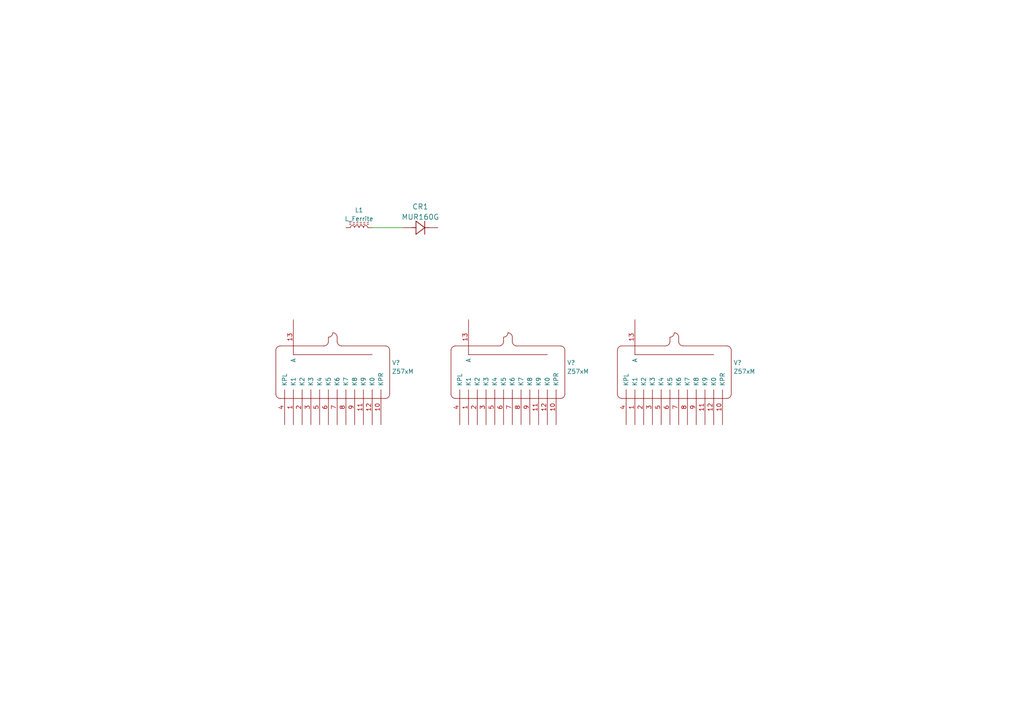
<source format=kicad_sch>
(kicad_sch (version 20211123) (generator eeschema)
  (paper "A4")
  (lib_symbols
    (symbol "Device:L_Ferrite" (pin_numbers hide) (pin_names (offset 1.016) hide)
      (property "Reference" "L" (at -1.27 0 90))
      (property "Value" "L_Ferrite" (at 2.794 0 90))
      (symbol "L_Ferrite_0_1"
        (arc (start 0 -2.54) (mid 0.635 -1.905) (end 0 -1.27))
        (arc (start 0 -1.27) (mid 0.635 -0.635) (end 0 0))
        (polyline (pts (xy 1.016 -2.794) (xy 1.016 -2.286)))
        (polyline (pts (xy 1.016 -1.778) (xy 1.016 -1.27)))
        (polyline (pts (xy 1.016 -0.762) (xy 1.016 -0.254)))
        (polyline (pts (xy 1.016 0.254) (xy 1.016 0.762)))
        (polyline (pts (xy 1.016 1.27) (xy 1.016 1.778)))
        (polyline (pts (xy 1.016 2.286) (xy 1.016 2.794)))
        (polyline (pts (xy 1.524 -2.286) (xy 1.524 -2.794)))
        (polyline (pts (xy 1.524 -1.27) (xy 1.524 -1.778)))
        (polyline (pts (xy 1.524 -0.254) (xy 1.524 -0.762)))
        (polyline (pts (xy 1.524 0.762) (xy 1.524 0.254)))
        (polyline (pts (xy 1.524 1.778) (xy 1.524 1.27)))
        (polyline (pts (xy 1.524 2.794) (xy 1.524 2.286)))
        (arc (start 0 0) (mid 0.635 0.635) (end 0 1.27))
        (arc (start 0 1.27) (mid 0.635 1.905) (end 0 2.54))
      )
      (symbol "L_Ferrite_1_1"
        (pin passive line (at 0 3.81 270) (length 1.27) (name "1") (number "1"))
        (pin passive line (at 0 -3.81 90) (length 1.27) (name "2") (number "2"))
      )
    )
    (symbol "MUR160G:MUR160G" (pin_numbers hide) (pin_names (offset -1.651) hide)
      (property "Reference" "CR" (at 5.08 4.445 0))
      (property "Value" "MUR160G" (at 5.08 -7.62 0))
      (symbol "MUR160G_1_1"
        (polyline (pts (xy 2.54 0) (xy 3.4798 0)) (stroke (width 0.2032)))
        (polyline (pts (xy 3.175 0) (xy 3.81 0)) (stroke (width 0.2032)))
        (polyline (pts (xy 3.81 -1.905) (xy 6.35 0)) (stroke (width 0.2032)))
        (polyline (pts (xy 3.81 1.905) (xy 3.81 -1.905)) (stroke (width 0.2032)))
        (polyline (pts (xy 6.35 -1.905) (xy 6.35 1.905)) (stroke (width 0.2032)))
        (polyline (pts (xy 6.35 0) (xy 3.81 1.905)) (stroke (width 0.2032)))
        (polyline (pts (xy 6.35 0) (xy 7.62 0)) (stroke (width 0.2032)))
        (pin unspecified line (at 10.16 0 180) (length 2.54) (name "1") (number "1"))
        (pin unspecified line (at 0 0 0) (length 2.54) (name "2") (number "2"))
      )
    )
    (symbol "nixie-1:Z57xM" (pin_names (offset 1.016))
      (property "Reference" "V" (at -7.62 8.89 0))
      (property "Value" "Z57xM" (at 11.43 8.89 0))
      (symbol "Z57xM_0_1"
        (arc (start -16.51 -6.35) (mid -16.1366 -7.2388) (end -15.24 -7.62))
        (arc (start -15.24 7.62) (mid -16.1288 7.2466) (end -16.51 6.35))
        (arc (start -2.54 7.62) (mid -1.6512 7.9934) (end -1.27 8.89))
        (arc (start -1.27 10.16) (mid -0.3812 10.5334) (end 0 11.43))
        (polyline (pts (xy -16.51 -6.35) (xy -16.51 6.35)))
        (polyline (pts (xy -15.24 7.62) (xy -2.54 7.62)))
        (polyline (pts (xy -11.43 5.08) (xy 11.43 5.08)))
        (polyline (pts (xy -1.27 8.89) (xy -1.27 10.16)))
        (polyline (pts (xy 1.27 8.89) (xy 1.27 10.16)))
        (polyline (pts (xy 2.54 7.62) (xy 15.24 7.62)))
        (polyline (pts (xy 15.24 -7.62) (xy -15.24 -7.62)))
        (polyline (pts (xy 16.51 -6.35) (xy 16.51 6.35)))
        (arc (start 1.27 8.89) (mid 1.6434 8.0012) (end 2.54 7.62))
        (arc (start 1.27 10.16) (mid 0.8966 11.0488) (end 0 11.43))
        (arc (start 15.24 -7.62) (mid 16.1288 -7.2466) (end 16.51 -6.35))
        (arc (start 16.51 6.35) (mid 16.1366 7.2388) (end 15.24 7.62))
      )
      (symbol "Z57xM_1_1"
        (pin passive line (at -11.43 -15.24 90) (length 10.16) (name "K1") (number "1"))
        (pin passive line (at 13.97 -15.24 90) (length 10.16) (name "KPR") (number "10"))
        (pin passive line (at 8.89 -15.24 90) (length 10.16) (name "K9") (number "11"))
        (pin passive line (at 11.43 -15.24 90) (length 10.16) (name "K0") (number "12"))
        (pin passive line (at -11.43 15.24 270) (length 10.16) (name "A") (number "13"))
        (pin passive line (at -8.89 -15.24 90) (length 10.16) (name "K2") (number "2"))
        (pin passive line (at -6.35 -15.24 90) (length 10.16) (name "K3") (number "3"))
        (pin passive line (at -13.97 -15.24 90) (length 10.16) (name "KPL") (number "4"))
        (pin passive line (at -3.81 -15.24 90) (length 10.16) (name "K4") (number "5"))
        (pin passive line (at -1.27 -15.24 90) (length 10.16) (name "K5") (number "6"))
        (pin passive line (at 1.27 -15.24 90) (length 10.16) (name "K6") (number "7"))
        (pin passive line (at 3.81 -15.24 90) (length 10.16) (name "K7") (number "8"))
        (pin passive line (at 6.35 -15.24 90) (length 10.16) (name "K8") (number "9"))
      )
    )
  )
  (wire (pts (xy 116.84 66.04) (xy 107.95 66.04)))
  (symbol (lib_id "nixie-1:Z57xM") (at 147.32 107.95 0) (unit 1)
    (property "Reference" "V?" (at 164.465 105.2103 0) (effects (justify left)))
    (property "Value" "Z57xM" (at 164.465 107.7472 0) (effects (justify left)))
  )
  (symbol (lib_id "nixie-1:Z57xM") (at 195.58 107.95 0) (unit 1)
    (property "Reference" "V?" (at 212.725 105.2103 0) (effects (justify left)))
    (property "Value" "Z57xM" (at 212.725 107.7472 0) (effects (justify left)))
  )
  (symbol (lib_id "MUR160G:MUR160G") (at 116.84 66.04 0) (unit 1)
    (property "Reference" "CR1" (at 121.92 59.9493 0) (effects (font (size 1.524 1.524))))
    (property "Value" "MUR160G" (at 121.92 62.9427 0) (effects (font (size 1.524 1.524))))
    (property "Footprint" "CR_59-10_U_ONS" (effects hide))
  )
  (symbol (lib_id "Device:L_Ferrite") (at 104.14 66.04 90) (unit 1)
    (property "Reference" "L1" (at 104.14 60.9432 90))
    (property "Value" "L_Ferrite" (at 104.14 63.4801 90))
    (property "Footprint" "Inductor_THT:L_Radial_D16.8mm_P12.07mm_Vishay_IHB-1" (effects hide))
  )
  (symbol (lib_id "nixie-1:Z57xM") (at 96.52 107.95 0) (unit 1)
    (property "Reference" "V?" (at 113.665 105.2103 0) (effects (justify left)))
    (property "Value" "Z57xM" (at 113.665 107.7472 0) (effects (justify left)))
  )
)
</source>
